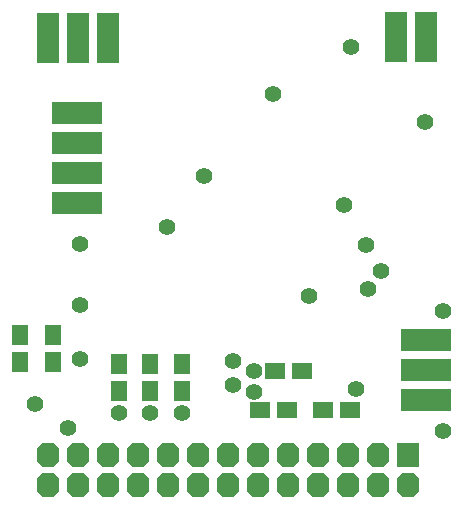
<source format=gbs>
G04 Layer_Color=16711935*
%FSLAX44Y44*%
%MOMM*%
G71*
G01*
G75*
%ADD33R,1.7272X1.4732*%
%ADD39R,1.4732X1.7272*%
%ADD40R,4.2032X1.9032*%
%ADD41R,1.9032X4.2032*%
G04:AMPARAMS|DCode=42|XSize=1.9032mm|YSize=2.0032mm|CornerRadius=0mm|HoleSize=0mm|Usage=FLASHONLY|Rotation=180.000|XOffset=0mm|YOffset=0mm|HoleType=Round|Shape=Octagon|*
%AMOCTAGOND42*
4,1,8,0.4758,-1.0016,-0.4758,-1.0016,-0.9516,-0.5258,-0.9516,0.5258,-0.4758,1.0016,0.4758,1.0016,0.9516,0.5258,0.9516,-0.5258,0.4758,-1.0016,0.0*
%
%ADD42OCTAGOND42*%

%ADD43R,1.9032X2.0032*%
%ADD44C,1.4032*%
D33*
X1372870Y810260D02*
D03*
X1350010D02*
D03*
X1403350D02*
D03*
X1426210D02*
D03*
X1362710Y843280D02*
D03*
X1385570D02*
D03*
D39*
X1146810Y873760D02*
D03*
Y850900D02*
D03*
X1174750D02*
D03*
Y873760D02*
D03*
X1230630Y826770D02*
D03*
Y849630D02*
D03*
X1257300Y826770D02*
D03*
Y849630D02*
D03*
X1283970Y826770D02*
D03*
Y849630D02*
D03*
D40*
X1195070Y1061720D02*
D03*
Y1036320D02*
D03*
Y1010920D02*
D03*
Y985520D02*
D03*
X1490980Y869950D02*
D03*
Y844550D02*
D03*
Y819150D02*
D03*
D41*
X1170940Y1125220D02*
D03*
X1196340D02*
D03*
X1221740D02*
D03*
X1465580Y1126490D02*
D03*
X1490980D02*
D03*
D42*
X1170940Y746760D02*
D03*
Y772160D02*
D03*
X1196340Y746760D02*
D03*
Y772160D02*
D03*
X1221740Y746760D02*
D03*
Y772160D02*
D03*
X1247140Y746760D02*
D03*
Y772160D02*
D03*
X1272540Y746760D02*
D03*
Y772160D02*
D03*
X1297940Y746760D02*
D03*
Y772160D02*
D03*
X1323340Y746760D02*
D03*
Y772160D02*
D03*
X1348740Y746760D02*
D03*
Y772160D02*
D03*
X1374140Y746760D02*
D03*
Y772160D02*
D03*
X1399540Y746760D02*
D03*
Y772160D02*
D03*
X1424940Y746760D02*
D03*
Y772160D02*
D03*
X1450340Y746760D02*
D03*
Y772160D02*
D03*
X1475740Y746760D02*
D03*
D43*
Y772160D02*
D03*
D44*
X1159510Y815340D02*
D03*
X1327150Y831850D02*
D03*
Y852170D02*
D03*
X1197610Y853440D02*
D03*
X1391920Y906780D02*
D03*
X1197610Y899160D02*
D03*
X1489710Y1054100D02*
D03*
X1421130Y984250D02*
D03*
X1440180Y949960D02*
D03*
X1441450Y913130D02*
D03*
X1452880Y928370D02*
D03*
X1230630Y807720D02*
D03*
X1257300D02*
D03*
X1283970D02*
D03*
X1303020Y1008380D02*
D03*
X1197610Y951230D02*
D03*
X1344930Y843280D02*
D03*
X1431290Y828040D02*
D03*
X1504950Y792480D02*
D03*
X1361440Y1078230D02*
D03*
X1344930Y825500D02*
D03*
X1271270Y965200D02*
D03*
X1427480Y1117600D02*
D03*
X1504950Y894080D02*
D03*
X1187450Y795020D02*
D03*
M02*

</source>
